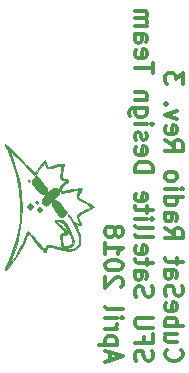
<source format=gbr>
G04 #@! TF.FileFunction,Legend,Bot*
%FSLAX46Y46*%
G04 Gerber Fmt 4.6, Leading zero omitted, Abs format (unit mm)*
G04 Created by KiCad (PCBNEW 4.0.7-e2-6376~58~ubuntu16.04.1) date Mon Apr 30 12:37:49 2018*
%MOMM*%
%LPD*%
G01*
G04 APERTURE LIST*
%ADD10C,0.100000*%
%ADD11C,0.300000*%
%ADD12C,0.010000*%
G04 APERTURE END LIST*
D10*
D11*
X128514286Y-101285714D02*
X128442857Y-101357143D01*
X128371429Y-101571429D01*
X128371429Y-101714286D01*
X128442857Y-101928571D01*
X128585714Y-102071429D01*
X128728571Y-102142857D01*
X129014286Y-102214286D01*
X129228571Y-102214286D01*
X129514286Y-102142857D01*
X129657143Y-102071429D01*
X129800000Y-101928571D01*
X129871429Y-101714286D01*
X129871429Y-101571429D01*
X129800000Y-101357143D01*
X129728571Y-101285714D01*
X129371429Y-100000000D02*
X128371429Y-100000000D01*
X129371429Y-100642857D02*
X128585714Y-100642857D01*
X128442857Y-100571429D01*
X128371429Y-100428571D01*
X128371429Y-100214286D01*
X128442857Y-100071429D01*
X128514286Y-100000000D01*
X128371429Y-99285714D02*
X129871429Y-99285714D01*
X129300000Y-99285714D02*
X129371429Y-99142857D01*
X129371429Y-98857143D01*
X129300000Y-98714286D01*
X129228571Y-98642857D01*
X129085714Y-98571428D01*
X128657143Y-98571428D01*
X128514286Y-98642857D01*
X128442857Y-98714286D01*
X128371429Y-98857143D01*
X128371429Y-99142857D01*
X128442857Y-99285714D01*
X128442857Y-97357143D02*
X128371429Y-97500000D01*
X128371429Y-97785714D01*
X128442857Y-97928571D01*
X128585714Y-98000000D01*
X129157143Y-98000000D01*
X129300000Y-97928571D01*
X129371429Y-97785714D01*
X129371429Y-97500000D01*
X129300000Y-97357143D01*
X129157143Y-97285714D01*
X129014286Y-97285714D01*
X128871429Y-98000000D01*
X128442857Y-96714286D02*
X128371429Y-96500000D01*
X128371429Y-96142857D01*
X128442857Y-96000000D01*
X128514286Y-95928571D01*
X128657143Y-95857143D01*
X128800000Y-95857143D01*
X128942857Y-95928571D01*
X129014286Y-96000000D01*
X129085714Y-96142857D01*
X129157143Y-96428571D01*
X129228571Y-96571429D01*
X129300000Y-96642857D01*
X129442857Y-96714286D01*
X129585714Y-96714286D01*
X129728571Y-96642857D01*
X129800000Y-96571429D01*
X129871429Y-96428571D01*
X129871429Y-96071429D01*
X129800000Y-95857143D01*
X128371429Y-94571429D02*
X129157143Y-94571429D01*
X129300000Y-94642858D01*
X129371429Y-94785715D01*
X129371429Y-95071429D01*
X129300000Y-95214286D01*
X128442857Y-94571429D02*
X128371429Y-94714286D01*
X128371429Y-95071429D01*
X128442857Y-95214286D01*
X128585714Y-95285715D01*
X128728571Y-95285715D01*
X128871429Y-95214286D01*
X128942857Y-95071429D01*
X128942857Y-94714286D01*
X129014286Y-94571429D01*
X129371429Y-94071429D02*
X129371429Y-93500000D01*
X129871429Y-93857143D02*
X128585714Y-93857143D01*
X128442857Y-93785715D01*
X128371429Y-93642857D01*
X128371429Y-93500000D01*
X128371429Y-91000000D02*
X129085714Y-91500000D01*
X128371429Y-91857143D02*
X129871429Y-91857143D01*
X129871429Y-91285715D01*
X129800000Y-91142857D01*
X129728571Y-91071429D01*
X129585714Y-91000000D01*
X129371429Y-91000000D01*
X129228571Y-91071429D01*
X129157143Y-91142857D01*
X129085714Y-91285715D01*
X129085714Y-91857143D01*
X128371429Y-89714286D02*
X129157143Y-89714286D01*
X129300000Y-89785715D01*
X129371429Y-89928572D01*
X129371429Y-90214286D01*
X129300000Y-90357143D01*
X128442857Y-89714286D02*
X128371429Y-89857143D01*
X128371429Y-90214286D01*
X128442857Y-90357143D01*
X128585714Y-90428572D01*
X128728571Y-90428572D01*
X128871429Y-90357143D01*
X128942857Y-90214286D01*
X128942857Y-89857143D01*
X129014286Y-89714286D01*
X128371429Y-88357143D02*
X129871429Y-88357143D01*
X128442857Y-88357143D02*
X128371429Y-88500000D01*
X128371429Y-88785714D01*
X128442857Y-88928572D01*
X128514286Y-89000000D01*
X128657143Y-89071429D01*
X129085714Y-89071429D01*
X129228571Y-89000000D01*
X129300000Y-88928572D01*
X129371429Y-88785714D01*
X129371429Y-88500000D01*
X129300000Y-88357143D01*
X128371429Y-87642857D02*
X129371429Y-87642857D01*
X129871429Y-87642857D02*
X129800000Y-87714286D01*
X129728571Y-87642857D01*
X129800000Y-87571429D01*
X129871429Y-87642857D01*
X129728571Y-87642857D01*
X128371429Y-86714285D02*
X128442857Y-86857143D01*
X128514286Y-86928571D01*
X128657143Y-87000000D01*
X129085714Y-87000000D01*
X129228571Y-86928571D01*
X129300000Y-86857143D01*
X129371429Y-86714285D01*
X129371429Y-86500000D01*
X129300000Y-86357143D01*
X129228571Y-86285714D01*
X129085714Y-86214285D01*
X128657143Y-86214285D01*
X128514286Y-86285714D01*
X128442857Y-86357143D01*
X128371429Y-86500000D01*
X128371429Y-86714285D01*
X128371429Y-83571428D02*
X129085714Y-84071428D01*
X128371429Y-84428571D02*
X129871429Y-84428571D01*
X129871429Y-83857143D01*
X129800000Y-83714285D01*
X129728571Y-83642857D01*
X129585714Y-83571428D01*
X129371429Y-83571428D01*
X129228571Y-83642857D01*
X129157143Y-83714285D01*
X129085714Y-83857143D01*
X129085714Y-84428571D01*
X128442857Y-82357143D02*
X128371429Y-82500000D01*
X128371429Y-82785714D01*
X128442857Y-82928571D01*
X128585714Y-83000000D01*
X129157143Y-83000000D01*
X129300000Y-82928571D01*
X129371429Y-82785714D01*
X129371429Y-82500000D01*
X129300000Y-82357143D01*
X129157143Y-82285714D01*
X129014286Y-82285714D01*
X128871429Y-83000000D01*
X129371429Y-81785714D02*
X128371429Y-81428571D01*
X129371429Y-81071429D01*
X128514286Y-80500000D02*
X128442857Y-80428572D01*
X128371429Y-80500000D01*
X128442857Y-80571429D01*
X128514286Y-80500000D01*
X128371429Y-80500000D01*
X129871429Y-78785714D02*
X129871429Y-77857143D01*
X129300000Y-78357143D01*
X129300000Y-78142857D01*
X129228571Y-78000000D01*
X129157143Y-77928571D01*
X129014286Y-77857143D01*
X128657143Y-77857143D01*
X128514286Y-77928571D01*
X128442857Y-78000000D01*
X128371429Y-78142857D01*
X128371429Y-78571429D01*
X128442857Y-78714286D01*
X128514286Y-78785714D01*
X125892857Y-102214286D02*
X125821429Y-102000000D01*
X125821429Y-101642857D01*
X125892857Y-101500000D01*
X125964286Y-101428571D01*
X126107143Y-101357143D01*
X126250000Y-101357143D01*
X126392857Y-101428571D01*
X126464286Y-101500000D01*
X126535714Y-101642857D01*
X126607143Y-101928571D01*
X126678571Y-102071429D01*
X126750000Y-102142857D01*
X126892857Y-102214286D01*
X127035714Y-102214286D01*
X127178571Y-102142857D01*
X127250000Y-102071429D01*
X127321429Y-101928571D01*
X127321429Y-101571429D01*
X127250000Y-101357143D01*
X126607143Y-100214286D02*
X126607143Y-100714286D01*
X125821429Y-100714286D02*
X127321429Y-100714286D01*
X127321429Y-100000000D01*
X127321429Y-99428572D02*
X126107143Y-99428572D01*
X125964286Y-99357144D01*
X125892857Y-99285715D01*
X125821429Y-99142858D01*
X125821429Y-98857144D01*
X125892857Y-98714286D01*
X125964286Y-98642858D01*
X126107143Y-98571429D01*
X127321429Y-98571429D01*
X125892857Y-96785715D02*
X125821429Y-96571429D01*
X125821429Y-96214286D01*
X125892857Y-96071429D01*
X125964286Y-96000000D01*
X126107143Y-95928572D01*
X126250000Y-95928572D01*
X126392857Y-96000000D01*
X126464286Y-96071429D01*
X126535714Y-96214286D01*
X126607143Y-96500000D01*
X126678571Y-96642858D01*
X126750000Y-96714286D01*
X126892857Y-96785715D01*
X127035714Y-96785715D01*
X127178571Y-96714286D01*
X127250000Y-96642858D01*
X127321429Y-96500000D01*
X127321429Y-96142858D01*
X127250000Y-95928572D01*
X125821429Y-94642858D02*
X126607143Y-94642858D01*
X126750000Y-94714287D01*
X126821429Y-94857144D01*
X126821429Y-95142858D01*
X126750000Y-95285715D01*
X125892857Y-94642858D02*
X125821429Y-94785715D01*
X125821429Y-95142858D01*
X125892857Y-95285715D01*
X126035714Y-95357144D01*
X126178571Y-95357144D01*
X126321429Y-95285715D01*
X126392857Y-95142858D01*
X126392857Y-94785715D01*
X126464286Y-94642858D01*
X126821429Y-94142858D02*
X126821429Y-93571429D01*
X127321429Y-93928572D02*
X126035714Y-93928572D01*
X125892857Y-93857144D01*
X125821429Y-93714286D01*
X125821429Y-93571429D01*
X125892857Y-92500001D02*
X125821429Y-92642858D01*
X125821429Y-92928572D01*
X125892857Y-93071429D01*
X126035714Y-93142858D01*
X126607143Y-93142858D01*
X126750000Y-93071429D01*
X126821429Y-92928572D01*
X126821429Y-92642858D01*
X126750000Y-92500001D01*
X126607143Y-92428572D01*
X126464286Y-92428572D01*
X126321429Y-93142858D01*
X125821429Y-91571429D02*
X125892857Y-91714287D01*
X126035714Y-91785715D01*
X127321429Y-91785715D01*
X125821429Y-90785715D02*
X125892857Y-90928573D01*
X126035714Y-91000001D01*
X127321429Y-91000001D01*
X125821429Y-90214287D02*
X126821429Y-90214287D01*
X127321429Y-90214287D02*
X127250000Y-90285716D01*
X127178571Y-90214287D01*
X127250000Y-90142859D01*
X127321429Y-90214287D01*
X127178571Y-90214287D01*
X126821429Y-89714287D02*
X126821429Y-89142858D01*
X127321429Y-89500001D02*
X126035714Y-89500001D01*
X125892857Y-89428573D01*
X125821429Y-89285715D01*
X125821429Y-89142858D01*
X125892857Y-88071430D02*
X125821429Y-88214287D01*
X125821429Y-88500001D01*
X125892857Y-88642858D01*
X126035714Y-88714287D01*
X126607143Y-88714287D01*
X126750000Y-88642858D01*
X126821429Y-88500001D01*
X126821429Y-88214287D01*
X126750000Y-88071430D01*
X126607143Y-88000001D01*
X126464286Y-88000001D01*
X126321429Y-88714287D01*
X125821429Y-86214287D02*
X127321429Y-86214287D01*
X127321429Y-85857144D01*
X127250000Y-85642859D01*
X127107143Y-85500001D01*
X126964286Y-85428573D01*
X126678571Y-85357144D01*
X126464286Y-85357144D01*
X126178571Y-85428573D01*
X126035714Y-85500001D01*
X125892857Y-85642859D01*
X125821429Y-85857144D01*
X125821429Y-86214287D01*
X125892857Y-84142859D02*
X125821429Y-84285716D01*
X125821429Y-84571430D01*
X125892857Y-84714287D01*
X126035714Y-84785716D01*
X126607143Y-84785716D01*
X126750000Y-84714287D01*
X126821429Y-84571430D01*
X126821429Y-84285716D01*
X126750000Y-84142859D01*
X126607143Y-84071430D01*
X126464286Y-84071430D01*
X126321429Y-84785716D01*
X125892857Y-83500002D02*
X125821429Y-83357145D01*
X125821429Y-83071430D01*
X125892857Y-82928573D01*
X126035714Y-82857145D01*
X126107143Y-82857145D01*
X126250000Y-82928573D01*
X126321429Y-83071430D01*
X126321429Y-83285716D01*
X126392857Y-83428573D01*
X126535714Y-83500002D01*
X126607143Y-83500002D01*
X126750000Y-83428573D01*
X126821429Y-83285716D01*
X126821429Y-83071430D01*
X126750000Y-82928573D01*
X125821429Y-82214287D02*
X126821429Y-82214287D01*
X127321429Y-82214287D02*
X127250000Y-82285716D01*
X127178571Y-82214287D01*
X127250000Y-82142859D01*
X127321429Y-82214287D01*
X127178571Y-82214287D01*
X126821429Y-80857144D02*
X125607143Y-80857144D01*
X125464286Y-80928573D01*
X125392857Y-81000001D01*
X125321429Y-81142858D01*
X125321429Y-81357144D01*
X125392857Y-81500001D01*
X125892857Y-80857144D02*
X125821429Y-81000001D01*
X125821429Y-81285715D01*
X125892857Y-81428573D01*
X125964286Y-81500001D01*
X126107143Y-81571430D01*
X126535714Y-81571430D01*
X126678571Y-81500001D01*
X126750000Y-81428573D01*
X126821429Y-81285715D01*
X126821429Y-81000001D01*
X126750000Y-80857144D01*
X126821429Y-80142858D02*
X125821429Y-80142858D01*
X126678571Y-80142858D02*
X126750000Y-80071430D01*
X126821429Y-79928572D01*
X126821429Y-79714287D01*
X126750000Y-79571430D01*
X126607143Y-79500001D01*
X125821429Y-79500001D01*
X127321429Y-77857144D02*
X127321429Y-77000001D01*
X125821429Y-77428572D02*
X127321429Y-77428572D01*
X125892857Y-75928573D02*
X125821429Y-76071430D01*
X125821429Y-76357144D01*
X125892857Y-76500001D01*
X126035714Y-76571430D01*
X126607143Y-76571430D01*
X126750000Y-76500001D01*
X126821429Y-76357144D01*
X126821429Y-76071430D01*
X126750000Y-75928573D01*
X126607143Y-75857144D01*
X126464286Y-75857144D01*
X126321429Y-76571430D01*
X125821429Y-74571430D02*
X126607143Y-74571430D01*
X126750000Y-74642859D01*
X126821429Y-74785716D01*
X126821429Y-75071430D01*
X126750000Y-75214287D01*
X125892857Y-74571430D02*
X125821429Y-74714287D01*
X125821429Y-75071430D01*
X125892857Y-75214287D01*
X126035714Y-75285716D01*
X126178571Y-75285716D01*
X126321429Y-75214287D01*
X126392857Y-75071430D01*
X126392857Y-74714287D01*
X126464286Y-74571430D01*
X125821429Y-73857144D02*
X126821429Y-73857144D01*
X126678571Y-73857144D02*
X126750000Y-73785716D01*
X126821429Y-73642858D01*
X126821429Y-73428573D01*
X126750000Y-73285716D01*
X126607143Y-73214287D01*
X125821429Y-73214287D01*
X126607143Y-73214287D02*
X126750000Y-73142858D01*
X126821429Y-73000001D01*
X126821429Y-72785716D01*
X126750000Y-72642858D01*
X126607143Y-72571430D01*
X125821429Y-72571430D01*
X123700000Y-102214286D02*
X123700000Y-101500000D01*
X123271429Y-102357143D02*
X124771429Y-101857143D01*
X123271429Y-101357143D01*
X124271429Y-100857143D02*
X122771429Y-100857143D01*
X124200000Y-100857143D02*
X124271429Y-100714286D01*
X124271429Y-100428572D01*
X124200000Y-100285715D01*
X124128571Y-100214286D01*
X123985714Y-100142857D01*
X123557143Y-100142857D01*
X123414286Y-100214286D01*
X123342857Y-100285715D01*
X123271429Y-100428572D01*
X123271429Y-100714286D01*
X123342857Y-100857143D01*
X123271429Y-99500000D02*
X124271429Y-99500000D01*
X123985714Y-99500000D02*
X124128571Y-99428572D01*
X124200000Y-99357143D01*
X124271429Y-99214286D01*
X124271429Y-99071429D01*
X123271429Y-98571429D02*
X124271429Y-98571429D01*
X124771429Y-98571429D02*
X124700000Y-98642858D01*
X124628571Y-98571429D01*
X124700000Y-98500001D01*
X124771429Y-98571429D01*
X124628571Y-98571429D01*
X123271429Y-97642857D02*
X123342857Y-97785715D01*
X123485714Y-97857143D01*
X124771429Y-97857143D01*
X124628571Y-96000001D02*
X124700000Y-95928572D01*
X124771429Y-95785715D01*
X124771429Y-95428572D01*
X124700000Y-95285715D01*
X124628571Y-95214286D01*
X124485714Y-95142858D01*
X124342857Y-95142858D01*
X124128571Y-95214286D01*
X123271429Y-96071429D01*
X123271429Y-95142858D01*
X124771429Y-94214287D02*
X124771429Y-94071430D01*
X124700000Y-93928573D01*
X124628571Y-93857144D01*
X124485714Y-93785715D01*
X124200000Y-93714287D01*
X123842857Y-93714287D01*
X123557143Y-93785715D01*
X123414286Y-93857144D01*
X123342857Y-93928573D01*
X123271429Y-94071430D01*
X123271429Y-94214287D01*
X123342857Y-94357144D01*
X123414286Y-94428573D01*
X123557143Y-94500001D01*
X123842857Y-94571430D01*
X124200000Y-94571430D01*
X124485714Y-94500001D01*
X124628571Y-94428573D01*
X124700000Y-94357144D01*
X124771429Y-94214287D01*
X123271429Y-92285716D02*
X123271429Y-93142859D01*
X123271429Y-92714287D02*
X124771429Y-92714287D01*
X124557143Y-92857144D01*
X124414286Y-93000002D01*
X124342857Y-93142859D01*
X124128571Y-91428573D02*
X124200000Y-91571431D01*
X124271429Y-91642859D01*
X124414286Y-91714288D01*
X124485714Y-91714288D01*
X124628571Y-91642859D01*
X124700000Y-91571431D01*
X124771429Y-91428573D01*
X124771429Y-91142859D01*
X124700000Y-91000002D01*
X124628571Y-90928573D01*
X124485714Y-90857145D01*
X124414286Y-90857145D01*
X124271429Y-90928573D01*
X124200000Y-91000002D01*
X124128571Y-91142859D01*
X124128571Y-91428573D01*
X124057143Y-91571431D01*
X123985714Y-91642859D01*
X123842857Y-91714288D01*
X123557143Y-91714288D01*
X123414286Y-91642859D01*
X123342857Y-91571431D01*
X123271429Y-91428573D01*
X123271429Y-91142859D01*
X123342857Y-91000002D01*
X123414286Y-90928573D01*
X123557143Y-90857145D01*
X123842857Y-90857145D01*
X123985714Y-90928573D01*
X124057143Y-91000002D01*
X124128571Y-91142859D01*
D12*
G36*
X122240311Y-89106464D02*
X122054930Y-88988590D01*
X121789383Y-88838642D01*
X121696167Y-88789005D01*
X121403477Y-88632608D01*
X121169527Y-88502622D01*
X121034515Y-88421536D01*
X121019873Y-88410620D01*
X121017388Y-88308887D01*
X121085771Y-88120576D01*
X121125707Y-88040613D01*
X121230713Y-87828783D01*
X121289480Y-87679352D01*
X121294000Y-87654285D01*
X121219219Y-87625941D01*
X121027182Y-87632452D01*
X120870667Y-87653978D01*
X120510884Y-87715205D01*
X120130745Y-87779921D01*
X120030308Y-87797025D01*
X119777670Y-87831926D01*
X119644392Y-87819912D01*
X119585085Y-87753212D01*
X119574292Y-87718952D01*
X119608940Y-87553909D01*
X119763748Y-87351283D01*
X119779651Y-87335754D01*
X119931174Y-87208183D01*
X120018441Y-87168697D01*
X120026575Y-87180993D01*
X120062108Y-87184416D01*
X120121091Y-87102084D01*
X120151209Y-86938568D01*
X120030956Y-86832667D01*
X119788251Y-86795963D01*
X119677550Y-86783763D01*
X119628065Y-86721182D01*
X119627003Y-86566322D01*
X119652118Y-86350166D01*
X119699538Y-86053123D01*
X119755814Y-85796832D01*
X119783527Y-85705729D01*
X119820085Y-85572142D01*
X119765051Y-85529043D01*
X119581091Y-85547218D01*
X119580993Y-85547232D01*
X119334162Y-85595307D01*
X119020111Y-85670548D01*
X118863557Y-85712635D01*
X118422780Y-85836596D01*
X118306317Y-85544602D01*
X118189855Y-85252608D01*
X117776111Y-85748471D01*
X117574754Y-85990489D01*
X117419082Y-86178904D01*
X117337957Y-86278751D01*
X117333477Y-86284651D01*
X117268796Y-86239009D01*
X117104577Y-86088455D01*
X116858544Y-85850235D01*
X116548421Y-85541596D01*
X116191933Y-85179787D01*
X116080543Y-85065457D01*
X115712853Y-84691305D01*
X115385021Y-84365684D01*
X115115025Y-84105799D01*
X114920847Y-83928856D01*
X114820465Y-83852060D01*
X114811434Y-83851011D01*
X114819303Y-83946191D01*
X114894987Y-84126414D01*
X114924014Y-84181204D01*
X115030038Y-84395812D01*
X115169753Y-84709087D01*
X115316778Y-85061373D01*
X115349655Y-85143666D01*
X115767395Y-86425810D01*
X116022800Y-87739689D01*
X116116350Y-89070514D01*
X116048526Y-90403495D01*
X115819809Y-91723843D01*
X115430679Y-93016768D01*
X115065221Y-93893047D01*
X114930472Y-94188542D01*
X114829863Y-94423155D01*
X114780467Y-94556606D01*
X114778139Y-94570380D01*
X114831052Y-94543512D01*
X114965498Y-94417875D01*
X115129490Y-94245333D01*
X115296209Y-94040597D01*
X115296209Y-93855963D01*
X115281344Y-93813227D01*
X115324778Y-93649750D01*
X115417150Y-93400019D01*
X115425584Y-93379277D01*
X115573827Y-92989258D01*
X115722543Y-92554781D01*
X115801840Y-92298000D01*
X116021201Y-91339774D01*
X116160966Y-90290108D01*
X116217819Y-89208500D01*
X116188447Y-88154445D01*
X116082446Y-87260333D01*
X115996622Y-86858515D01*
X115864255Y-86353323D01*
X115701659Y-85798619D01*
X115525152Y-85248264D01*
X115351049Y-84756117D01*
X115237119Y-84469866D01*
X115269647Y-84474348D01*
X115402437Y-84585807D01*
X115618894Y-84788668D01*
X115902425Y-85067356D01*
X116236437Y-85406296D01*
X116253329Y-85423684D01*
X117340308Y-86543302D01*
X117487817Y-86309151D01*
X117639177Y-86093413D01*
X117834391Y-85844616D01*
X117889897Y-85778666D01*
X118144469Y-85482333D01*
X118251158Y-85715166D01*
X118316751Y-85848583D01*
X118387657Y-85918929D01*
X118504052Y-85931076D01*
X118706114Y-85889891D01*
X119009458Y-85807069D01*
X119282951Y-85741630D01*
X119488018Y-85712208D01*
X119572103Y-85721881D01*
X119585534Y-85828612D01*
X119561759Y-86045572D01*
X119523804Y-86242535D01*
X119465596Y-86569724D01*
X119475364Y-86766424D01*
X119560076Y-86860103D01*
X119685334Y-86879333D01*
X119851303Y-86914220D01*
X119869431Y-87021374D01*
X119739400Y-87204534D01*
X119649680Y-87296192D01*
X119478702Y-87477868D01*
X119415705Y-87611548D01*
X119437730Y-87756605D01*
X119454032Y-87802141D01*
X119541449Y-88033734D01*
X120142558Y-87923030D01*
X120471202Y-87861151D01*
X120756456Y-87805066D01*
X120936899Y-87766853D01*
X120937624Y-87766682D01*
X121064017Y-87745234D01*
X121085966Y-87792274D01*
X121015215Y-87946017D01*
X121001124Y-87973315D01*
X120904663Y-88194469D01*
X120895487Y-88361325D01*
X120991762Y-88506629D01*
X121211655Y-88663129D01*
X121461896Y-88803921D01*
X121738812Y-88959964D01*
X121946673Y-89089647D01*
X122049483Y-89170124D01*
X122054563Y-89180104D01*
X121985255Y-89242877D01*
X121800895Y-89356120D01*
X121539087Y-89497025D01*
X121496189Y-89518771D01*
X121217333Y-89670661D01*
X121002885Y-89809197D01*
X120895055Y-89906800D01*
X120891511Y-89913862D01*
X120896089Y-90059769D01*
X120965005Y-90273451D01*
X120984286Y-90316029D01*
X121067676Y-90503983D01*
X121071072Y-90585261D01*
X120990729Y-90604380D01*
X120960011Y-90604666D01*
X120787646Y-90559556D01*
X120612427Y-90408369D01*
X120408583Y-90127320D01*
X120361302Y-90052125D01*
X120238219Y-89875431D01*
X120150425Y-89789841D01*
X120133181Y-89789930D01*
X120154564Y-89875638D01*
X120252431Y-90054272D01*
X120360416Y-90220395D01*
X120665774Y-90724466D01*
X120907060Y-91242640D01*
X121060202Y-91720030D01*
X121091361Y-91887087D01*
X121109868Y-92151516D01*
X121060794Y-92335691D01*
X120938553Y-92504927D01*
X120755874Y-92666917D01*
X120522401Y-92753390D01*
X120305186Y-92784255D01*
X120015463Y-92792578D01*
X119844375Y-92755072D01*
X119818937Y-92732018D01*
X119820767Y-92672357D01*
X119882719Y-92685235D01*
X120035021Y-92684742D01*
X120055079Y-92679323D01*
X120055079Y-92499159D01*
X119840292Y-92493856D01*
X119735954Y-92430193D01*
X119683815Y-92264458D01*
X119674180Y-92213333D01*
X119630423Y-91882659D01*
X119652719Y-91680834D01*
X119749302Y-91577547D01*
X119854667Y-91549054D01*
X120059227Y-91494329D01*
X120162193Y-91439380D01*
X120162193Y-91256696D01*
X120083253Y-91225436D01*
X119912155Y-91103633D01*
X119681557Y-90915178D01*
X119608029Y-90851304D01*
X119374171Y-90640406D01*
X119202981Y-90476302D01*
X119123076Y-90386767D01*
X119121107Y-90378671D01*
X119209242Y-90383595D01*
X119397398Y-90425474D01*
X119446717Y-90438696D01*
X119732579Y-90585478D01*
X119977465Y-90867504D01*
X120101360Y-91075067D01*
X120163260Y-91220479D01*
X120162193Y-91256696D01*
X120162193Y-91439380D01*
X120168107Y-91436223D01*
X120257164Y-91427379D01*
X120353430Y-91561353D01*
X120400940Y-91666342D01*
X120515210Y-92028585D01*
X120504572Y-92281683D01*
X120365187Y-92434880D01*
X120093217Y-92497419D01*
X120055079Y-92499159D01*
X120055079Y-92679323D01*
X120257949Y-92624505D01*
X120310450Y-92603919D01*
X120508352Y-92504196D01*
X120595537Y-92383215D01*
X120616487Y-92172214D01*
X120616667Y-92130572D01*
X120563910Y-91814697D01*
X120417514Y-91413011D01*
X120195290Y-90967186D01*
X119948809Y-90567990D01*
X119799693Y-90400427D01*
X119605673Y-90316487D01*
X119394067Y-90287290D01*
X119147561Y-90283270D01*
X119031222Y-90331059D01*
X119046917Y-90442237D01*
X119196512Y-90628385D01*
X119481872Y-90901085D01*
X119494834Y-90912783D01*
X119739367Y-91136098D01*
X119862790Y-91275222D01*
X119867949Y-91361326D01*
X119757690Y-91425580D01*
X119548011Y-91494970D01*
X119458257Y-91566331D01*
X119453618Y-91726368D01*
X119469897Y-91812470D01*
X119525285Y-92097271D01*
X119574799Y-92394625D01*
X119620493Y-92702916D01*
X119000079Y-92532794D01*
X118677093Y-92455402D01*
X118451136Y-92424098D01*
X118353083Y-92443050D01*
X118352113Y-92445329D01*
X118282842Y-92576984D01*
X118216235Y-92676130D01*
X118161416Y-92726096D01*
X118090617Y-92718575D01*
X117984141Y-92636503D01*
X117822289Y-92462818D01*
X117585363Y-92180458D01*
X117443965Y-92007193D01*
X117188054Y-91702472D01*
X116968665Y-91460372D01*
X116807661Y-91303666D01*
X116726903Y-91255124D01*
X116723974Y-91257223D01*
X116668726Y-91363943D01*
X116573356Y-91585511D01*
X116456599Y-91878000D01*
X116432894Y-91939665D01*
X116300826Y-92242056D01*
X116120914Y-92596496D01*
X115914929Y-92966282D01*
X115704641Y-93314711D01*
X115511820Y-93605083D01*
X115358237Y-93800694D01*
X115296209Y-93855963D01*
X115296209Y-94040597D01*
X115528284Y-93755600D01*
X115920084Y-93181027D01*
X116263899Y-92586669D01*
X116515640Y-92045499D01*
X116633216Y-91761909D01*
X116731883Y-91552985D01*
X116793182Y-91457217D01*
X116798876Y-91454969D01*
X116867494Y-91519173D01*
X117017443Y-91691366D01*
X117226697Y-91945404D01*
X117473232Y-92255143D01*
X117476492Y-92259303D01*
X117777406Y-92635927D01*
X117992645Y-92885453D01*
X118134477Y-93018919D01*
X118215169Y-93047364D01*
X118246987Y-92981825D01*
X118248693Y-92954166D01*
X118298694Y-92805214D01*
X118365798Y-92697517D01*
X118469523Y-92604157D01*
X118616554Y-92589824D01*
X118807605Y-92628409D01*
X119068547Y-92693649D01*
X119409940Y-92779151D01*
X119685333Y-92848208D01*
X120215432Y-92927034D01*
X120639095Y-92877536D01*
X120949698Y-92708179D01*
X121140614Y-92427431D01*
X121205217Y-92043757D01*
X121136882Y-91565625D01*
X121001263Y-91166704D01*
X120797212Y-90670409D01*
X121045606Y-90720088D01*
X121208293Y-90746861D01*
X121275264Y-90721547D01*
X121252280Y-90613177D01*
X121145101Y-90390780D01*
X121117087Y-90335808D01*
X121033722Y-90173284D01*
X120995680Y-90058149D01*
X121022902Y-89964669D01*
X121135333Y-89867109D01*
X121352914Y-89739736D01*
X121695590Y-89556814D01*
X121738500Y-89533946D01*
X122010428Y-89381728D01*
X122212174Y-89255208D01*
X122307070Y-89177724D01*
X122310000Y-89170203D01*
X122240311Y-89106464D01*
X122240311Y-89106464D01*
G37*
X122240311Y-89106464D02*
X122054930Y-88988590D01*
X121789383Y-88838642D01*
X121696167Y-88789005D01*
X121403477Y-88632608D01*
X121169527Y-88502622D01*
X121034515Y-88421536D01*
X121019873Y-88410620D01*
X121017388Y-88308887D01*
X121085771Y-88120576D01*
X121125707Y-88040613D01*
X121230713Y-87828783D01*
X121289480Y-87679352D01*
X121294000Y-87654285D01*
X121219219Y-87625941D01*
X121027182Y-87632452D01*
X120870667Y-87653978D01*
X120510884Y-87715205D01*
X120130745Y-87779921D01*
X120030308Y-87797025D01*
X119777670Y-87831926D01*
X119644392Y-87819912D01*
X119585085Y-87753212D01*
X119574292Y-87718952D01*
X119608940Y-87553909D01*
X119763748Y-87351283D01*
X119779651Y-87335754D01*
X119931174Y-87208183D01*
X120018441Y-87168697D01*
X120026575Y-87180993D01*
X120062108Y-87184416D01*
X120121091Y-87102084D01*
X120151209Y-86938568D01*
X120030956Y-86832667D01*
X119788251Y-86795963D01*
X119677550Y-86783763D01*
X119628065Y-86721182D01*
X119627003Y-86566322D01*
X119652118Y-86350166D01*
X119699538Y-86053123D01*
X119755814Y-85796832D01*
X119783527Y-85705729D01*
X119820085Y-85572142D01*
X119765051Y-85529043D01*
X119581091Y-85547218D01*
X119580993Y-85547232D01*
X119334162Y-85595307D01*
X119020111Y-85670548D01*
X118863557Y-85712635D01*
X118422780Y-85836596D01*
X118306317Y-85544602D01*
X118189855Y-85252608D01*
X117776111Y-85748471D01*
X117574754Y-85990489D01*
X117419082Y-86178904D01*
X117337957Y-86278751D01*
X117333477Y-86284651D01*
X117268796Y-86239009D01*
X117104577Y-86088455D01*
X116858544Y-85850235D01*
X116548421Y-85541596D01*
X116191933Y-85179787D01*
X116080543Y-85065457D01*
X115712853Y-84691305D01*
X115385021Y-84365684D01*
X115115025Y-84105799D01*
X114920847Y-83928856D01*
X114820465Y-83852060D01*
X114811434Y-83851011D01*
X114819303Y-83946191D01*
X114894987Y-84126414D01*
X114924014Y-84181204D01*
X115030038Y-84395812D01*
X115169753Y-84709087D01*
X115316778Y-85061373D01*
X115349655Y-85143666D01*
X115767395Y-86425810D01*
X116022800Y-87739689D01*
X116116350Y-89070514D01*
X116048526Y-90403495D01*
X115819809Y-91723843D01*
X115430679Y-93016768D01*
X115065221Y-93893047D01*
X114930472Y-94188542D01*
X114829863Y-94423155D01*
X114780467Y-94556606D01*
X114778139Y-94570380D01*
X114831052Y-94543512D01*
X114965498Y-94417875D01*
X115129490Y-94245333D01*
X115296209Y-94040597D01*
X115296209Y-93855963D01*
X115281344Y-93813227D01*
X115324778Y-93649750D01*
X115417150Y-93400019D01*
X115425584Y-93379277D01*
X115573827Y-92989258D01*
X115722543Y-92554781D01*
X115801840Y-92298000D01*
X116021201Y-91339774D01*
X116160966Y-90290108D01*
X116217819Y-89208500D01*
X116188447Y-88154445D01*
X116082446Y-87260333D01*
X115996622Y-86858515D01*
X115864255Y-86353323D01*
X115701659Y-85798619D01*
X115525152Y-85248264D01*
X115351049Y-84756117D01*
X115237119Y-84469866D01*
X115269647Y-84474348D01*
X115402437Y-84585807D01*
X115618894Y-84788668D01*
X115902425Y-85067356D01*
X116236437Y-85406296D01*
X116253329Y-85423684D01*
X117340308Y-86543302D01*
X117487817Y-86309151D01*
X117639177Y-86093413D01*
X117834391Y-85844616D01*
X117889897Y-85778666D01*
X118144469Y-85482333D01*
X118251158Y-85715166D01*
X118316751Y-85848583D01*
X118387657Y-85918929D01*
X118504052Y-85931076D01*
X118706114Y-85889891D01*
X119009458Y-85807069D01*
X119282951Y-85741630D01*
X119488018Y-85712208D01*
X119572103Y-85721881D01*
X119585534Y-85828612D01*
X119561759Y-86045572D01*
X119523804Y-86242535D01*
X119465596Y-86569724D01*
X119475364Y-86766424D01*
X119560076Y-86860103D01*
X119685334Y-86879333D01*
X119851303Y-86914220D01*
X119869431Y-87021374D01*
X119739400Y-87204534D01*
X119649680Y-87296192D01*
X119478702Y-87477868D01*
X119415705Y-87611548D01*
X119437730Y-87756605D01*
X119454032Y-87802141D01*
X119541449Y-88033734D01*
X120142558Y-87923030D01*
X120471202Y-87861151D01*
X120756456Y-87805066D01*
X120936899Y-87766853D01*
X120937624Y-87766682D01*
X121064017Y-87745234D01*
X121085966Y-87792274D01*
X121015215Y-87946017D01*
X121001124Y-87973315D01*
X120904663Y-88194469D01*
X120895487Y-88361325D01*
X120991762Y-88506629D01*
X121211655Y-88663129D01*
X121461896Y-88803921D01*
X121738812Y-88959964D01*
X121946673Y-89089647D01*
X122049483Y-89170124D01*
X122054563Y-89180104D01*
X121985255Y-89242877D01*
X121800895Y-89356120D01*
X121539087Y-89497025D01*
X121496189Y-89518771D01*
X121217333Y-89670661D01*
X121002885Y-89809197D01*
X120895055Y-89906800D01*
X120891511Y-89913862D01*
X120896089Y-90059769D01*
X120965005Y-90273451D01*
X120984286Y-90316029D01*
X121067676Y-90503983D01*
X121071072Y-90585261D01*
X120990729Y-90604380D01*
X120960011Y-90604666D01*
X120787646Y-90559556D01*
X120612427Y-90408369D01*
X120408583Y-90127320D01*
X120361302Y-90052125D01*
X120238219Y-89875431D01*
X120150425Y-89789841D01*
X120133181Y-89789930D01*
X120154564Y-89875638D01*
X120252431Y-90054272D01*
X120360416Y-90220395D01*
X120665774Y-90724466D01*
X120907060Y-91242640D01*
X121060202Y-91720030D01*
X121091361Y-91887087D01*
X121109868Y-92151516D01*
X121060794Y-92335691D01*
X120938553Y-92504927D01*
X120755874Y-92666917D01*
X120522401Y-92753390D01*
X120305186Y-92784255D01*
X120015463Y-92792578D01*
X119844375Y-92755072D01*
X119818937Y-92732018D01*
X119820767Y-92672357D01*
X119882719Y-92685235D01*
X120035021Y-92684742D01*
X120055079Y-92679323D01*
X120055079Y-92499159D01*
X119840292Y-92493856D01*
X119735954Y-92430193D01*
X119683815Y-92264458D01*
X119674180Y-92213333D01*
X119630423Y-91882659D01*
X119652719Y-91680834D01*
X119749302Y-91577547D01*
X119854667Y-91549054D01*
X120059227Y-91494329D01*
X120162193Y-91439380D01*
X120162193Y-91256696D01*
X120083253Y-91225436D01*
X119912155Y-91103633D01*
X119681557Y-90915178D01*
X119608029Y-90851304D01*
X119374171Y-90640406D01*
X119202981Y-90476302D01*
X119123076Y-90386767D01*
X119121107Y-90378671D01*
X119209242Y-90383595D01*
X119397398Y-90425474D01*
X119446717Y-90438696D01*
X119732579Y-90585478D01*
X119977465Y-90867504D01*
X120101360Y-91075067D01*
X120163260Y-91220479D01*
X120162193Y-91256696D01*
X120162193Y-91439380D01*
X120168107Y-91436223D01*
X120257164Y-91427379D01*
X120353430Y-91561353D01*
X120400940Y-91666342D01*
X120515210Y-92028585D01*
X120504572Y-92281683D01*
X120365187Y-92434880D01*
X120093217Y-92497419D01*
X120055079Y-92499159D01*
X120055079Y-92679323D01*
X120257949Y-92624505D01*
X120310450Y-92603919D01*
X120508352Y-92504196D01*
X120595537Y-92383215D01*
X120616487Y-92172214D01*
X120616667Y-92130572D01*
X120563910Y-91814697D01*
X120417514Y-91413011D01*
X120195290Y-90967186D01*
X119948809Y-90567990D01*
X119799693Y-90400427D01*
X119605673Y-90316487D01*
X119394067Y-90287290D01*
X119147561Y-90283270D01*
X119031222Y-90331059D01*
X119046917Y-90442237D01*
X119196512Y-90628385D01*
X119481872Y-90901085D01*
X119494834Y-90912783D01*
X119739367Y-91136098D01*
X119862790Y-91275222D01*
X119867949Y-91361326D01*
X119757690Y-91425580D01*
X119548011Y-91494970D01*
X119458257Y-91566331D01*
X119453618Y-91726368D01*
X119469897Y-91812470D01*
X119525285Y-92097271D01*
X119574799Y-92394625D01*
X119620493Y-92702916D01*
X119000079Y-92532794D01*
X118677093Y-92455402D01*
X118451136Y-92424098D01*
X118353083Y-92443050D01*
X118352113Y-92445329D01*
X118282842Y-92576984D01*
X118216235Y-92676130D01*
X118161416Y-92726096D01*
X118090617Y-92718575D01*
X117984141Y-92636503D01*
X117822289Y-92462818D01*
X117585363Y-92180458D01*
X117443965Y-92007193D01*
X117188054Y-91702472D01*
X116968665Y-91460372D01*
X116807661Y-91303666D01*
X116726903Y-91255124D01*
X116723974Y-91257223D01*
X116668726Y-91363943D01*
X116573356Y-91585511D01*
X116456599Y-91878000D01*
X116432894Y-91939665D01*
X116300826Y-92242056D01*
X116120914Y-92596496D01*
X115914929Y-92966282D01*
X115704641Y-93314711D01*
X115511820Y-93605083D01*
X115358237Y-93800694D01*
X115296209Y-93855963D01*
X115296209Y-94040597D01*
X115528284Y-93755600D01*
X115920084Y-93181027D01*
X116263899Y-92586669D01*
X116515640Y-92045499D01*
X116633216Y-91761909D01*
X116731883Y-91552985D01*
X116793182Y-91457217D01*
X116798876Y-91454969D01*
X116867494Y-91519173D01*
X117017443Y-91691366D01*
X117226697Y-91945404D01*
X117473232Y-92255143D01*
X117476492Y-92259303D01*
X117777406Y-92635927D01*
X117992645Y-92885453D01*
X118134477Y-93018919D01*
X118215169Y-93047364D01*
X118246987Y-92981825D01*
X118248693Y-92954166D01*
X118298694Y-92805214D01*
X118365798Y-92697517D01*
X118469523Y-92604157D01*
X118616554Y-92589824D01*
X118807605Y-92628409D01*
X119068547Y-92693649D01*
X119409940Y-92779151D01*
X119685333Y-92848208D01*
X120215432Y-92927034D01*
X120639095Y-92877536D01*
X120949698Y-92708179D01*
X121140614Y-92427431D01*
X121205217Y-92043757D01*
X121136882Y-91565625D01*
X121001263Y-91166704D01*
X120797212Y-90670409D01*
X121045606Y-90720088D01*
X121208293Y-90746861D01*
X121275264Y-90721547D01*
X121252280Y-90613177D01*
X121145101Y-90390780D01*
X121117087Y-90335808D01*
X121033722Y-90173284D01*
X120995680Y-90058149D01*
X121022902Y-89964669D01*
X121135333Y-89867109D01*
X121352914Y-89739736D01*
X121695590Y-89556814D01*
X121738500Y-89533946D01*
X122010428Y-89381728D01*
X122212174Y-89255208D01*
X122307070Y-89177724D01*
X122310000Y-89170203D01*
X122240311Y-89106464D01*
G36*
X117190297Y-89097410D02*
X117097660Y-88998578D01*
X116972140Y-88891060D01*
X116889284Y-88910384D01*
X116801537Y-89022732D01*
X116716654Y-89170343D01*
X116746456Y-89275543D01*
X116815816Y-89348945D01*
X116934107Y-89440592D01*
X117029003Y-89409720D01*
X117111938Y-89324790D01*
X117210973Y-89194864D01*
X117190297Y-89097410D01*
X117190297Y-89097410D01*
G37*
X117190297Y-89097410D02*
X117097660Y-88998578D01*
X116972140Y-88891060D01*
X116889284Y-88910384D01*
X116801537Y-89022732D01*
X116716654Y-89170343D01*
X116746456Y-89275543D01*
X116815816Y-89348945D01*
X116934107Y-89440592D01*
X117029003Y-89409720D01*
X117111938Y-89324790D01*
X117210973Y-89194864D01*
X117190297Y-89097410D01*
G36*
X116826904Y-86881793D02*
X116806667Y-86879333D01*
X116724460Y-86943762D01*
X116722000Y-86964000D01*
X116786429Y-87046206D01*
X116806667Y-87048666D01*
X116888873Y-86984237D01*
X116891333Y-86964000D01*
X116826904Y-86881793D01*
X116826904Y-86881793D01*
G37*
X116826904Y-86881793D02*
X116806667Y-86879333D01*
X116724460Y-86943762D01*
X116722000Y-86964000D01*
X116786429Y-87046206D01*
X116806667Y-87048666D01*
X116888873Y-86984237D01*
X116891333Y-86964000D01*
X116826904Y-86881793D01*
G36*
X119974988Y-89551584D02*
X119845697Y-89359614D01*
X119662751Y-89114713D01*
X119637805Y-89082801D01*
X119410635Y-88812869D01*
X119245878Y-88668293D01*
X119119036Y-88629099D01*
X119087472Y-88634160D01*
X118950635Y-88642352D01*
X118948661Y-88558257D01*
X119082383Y-88378898D01*
X119191889Y-88261316D01*
X119354305Y-88077502D01*
X119409954Y-87946116D01*
X119379453Y-87808025D01*
X119363037Y-87770452D01*
X119211407Y-87597009D01*
X119001767Y-87566259D01*
X118767442Y-87678301D01*
X118669333Y-87768333D01*
X118482707Y-87935531D01*
X118371294Y-87966195D01*
X118344791Y-87859667D01*
X118357453Y-87789500D01*
X118351311Y-87652986D01*
X118261026Y-87477308D01*
X118069004Y-87232665D01*
X117947511Y-87095232D01*
X117492426Y-86591463D01*
X117311037Y-86755618D01*
X117135557Y-86932143D01*
X117062600Y-87080005D01*
X117098045Y-87236909D01*
X117247770Y-87440558D01*
X117452176Y-87660799D01*
X117696583Y-87895234D01*
X117896246Y-88049073D01*
X118020734Y-88099293D01*
X118029131Y-88097280D01*
X118159412Y-88092668D01*
X118190171Y-88183804D01*
X118113393Y-88323960D01*
X118074670Y-88362807D01*
X117938273Y-88567996D01*
X117919427Y-88788954D01*
X118005735Y-88974875D01*
X118184803Y-89074949D01*
X118249811Y-89080666D01*
X118408955Y-89021782D01*
X118540527Y-88913330D01*
X118688080Y-88805237D01*
X118794171Y-88813466D01*
X118814577Y-88927787D01*
X118800460Y-88973444D01*
X118826870Y-89091176D01*
X118932581Y-89294283D01*
X119087885Y-89538558D01*
X119263074Y-89779796D01*
X119428441Y-89973792D01*
X119534579Y-90065816D01*
X119638773Y-90045342D01*
X119792373Y-89941207D01*
X119938499Y-89801572D01*
X120020271Y-89674597D01*
X120024000Y-89651424D01*
X119974988Y-89551584D01*
X119974988Y-89551584D01*
G37*
X119974988Y-89551584D02*
X119845697Y-89359614D01*
X119662751Y-89114713D01*
X119637805Y-89082801D01*
X119410635Y-88812869D01*
X119245878Y-88668293D01*
X119119036Y-88629099D01*
X119087472Y-88634160D01*
X118950635Y-88642352D01*
X118948661Y-88558257D01*
X119082383Y-88378898D01*
X119191889Y-88261316D01*
X119354305Y-88077502D01*
X119409954Y-87946116D01*
X119379453Y-87808025D01*
X119363037Y-87770452D01*
X119211407Y-87597009D01*
X119001767Y-87566259D01*
X118767442Y-87678301D01*
X118669333Y-87768333D01*
X118482707Y-87935531D01*
X118371294Y-87966195D01*
X118344791Y-87859667D01*
X118357453Y-87789500D01*
X118351311Y-87652986D01*
X118261026Y-87477308D01*
X118069004Y-87232665D01*
X117947511Y-87095232D01*
X117492426Y-86591463D01*
X117311037Y-86755618D01*
X117135557Y-86932143D01*
X117062600Y-87080005D01*
X117098045Y-87236909D01*
X117247770Y-87440558D01*
X117452176Y-87660799D01*
X117696583Y-87895234D01*
X117896246Y-88049073D01*
X118020734Y-88099293D01*
X118029131Y-88097280D01*
X118159412Y-88092668D01*
X118190171Y-88183804D01*
X118113393Y-88323960D01*
X118074670Y-88362807D01*
X117938273Y-88567996D01*
X117919427Y-88788954D01*
X118005735Y-88974875D01*
X118184803Y-89074949D01*
X118249811Y-89080666D01*
X118408955Y-89021782D01*
X118540527Y-88913330D01*
X118688080Y-88805237D01*
X118794171Y-88813466D01*
X118814577Y-88927787D01*
X118800460Y-88973444D01*
X118826870Y-89091176D01*
X118932581Y-89294283D01*
X119087885Y-89538558D01*
X119263074Y-89779796D01*
X119428441Y-89973792D01*
X119534579Y-90065816D01*
X119638773Y-90045342D01*
X119792373Y-89941207D01*
X119938499Y-89801572D01*
X120020271Y-89674597D01*
X120024000Y-89651424D01*
X119974988Y-89551584D01*
G36*
X117529994Y-88707743D02*
X117415785Y-88731832D01*
X117353359Y-88808248D01*
X117430122Y-88901751D01*
X117551640Y-88959188D01*
X117613019Y-88908067D01*
X117624986Y-88778935D01*
X117529994Y-88707743D01*
X117529994Y-88707743D01*
G37*
X117529994Y-88707743D02*
X117415785Y-88731832D01*
X117353359Y-88808248D01*
X117430122Y-88901751D01*
X117551640Y-88959188D01*
X117613019Y-88908067D01*
X117624986Y-88778935D01*
X117529994Y-88707743D01*
G36*
X117890906Y-89301140D02*
X117849432Y-89260678D01*
X117728732Y-89186786D01*
X117618753Y-89250404D01*
X117608520Y-89260678D01*
X117537393Y-89381013D01*
X117599313Y-89518339D01*
X117603766Y-89524378D01*
X117696740Y-89624880D01*
X117779525Y-89593593D01*
X117844678Y-89524378D01*
X117930922Y-89398284D01*
X117890906Y-89301140D01*
X117890906Y-89301140D01*
G37*
X117890906Y-89301140D02*
X117849432Y-89260678D01*
X117728732Y-89186786D01*
X117618753Y-89250404D01*
X117608520Y-89260678D01*
X117537393Y-89381013D01*
X117599313Y-89518339D01*
X117603766Y-89524378D01*
X117696740Y-89624880D01*
X117779525Y-89593593D01*
X117844678Y-89524378D01*
X117930922Y-89398284D01*
X117890906Y-89301140D01*
M02*

</source>
